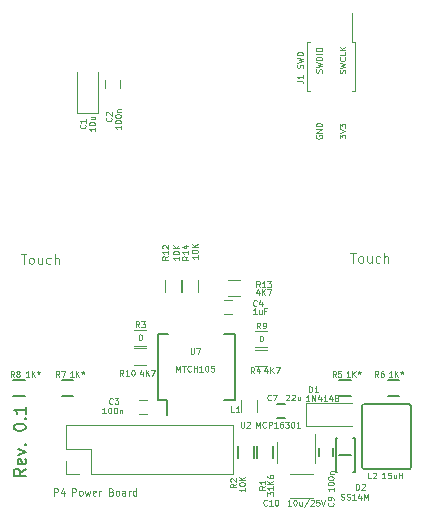
<source format=gto>
G04 #@! TF.GenerationSoftware,KiCad,Pcbnew,5.0.1-33cea8e~68~ubuntu16.04.1*
G04 #@! TF.CreationDate,2018-11-21T16:15:50+02:00*
G04 #@! TF.ProjectId,livolo_2_channels_1way_eu_switch,6C69766F6C6F5F325F6368616E6E656C,rev?*
G04 #@! TF.SameCoordinates,Original*
G04 #@! TF.FileFunction,Legend,Top*
G04 #@! TF.FilePolarity,Positive*
%FSLAX46Y46*%
G04 Gerber Fmt 4.6, Leading zero omitted, Abs format (unit mm)*
G04 Created by KiCad (PCBNEW 5.0.1-33cea8e~68~ubuntu16.04.1) date Wed 21 Nov 2018 16:15:50 EET*
%MOMM*%
%LPD*%
G01*
G04 APERTURE LIST*
%ADD10C,0.200000*%
%ADD11C,0.100000*%
%ADD12C,0.120000*%
%ADD13C,0.150000*%
%ADD14R,0.500000X0.900000*%
%ADD15R,1.000000X2.000000*%
%ADD16R,4.000000X2.000000*%
%ADD17R,1.200000X2.000000*%
%ADD18R,1.200000X1.400000*%
%ADD19R,0.900000X1.200000*%
%ADD20R,0.650000X1.060000*%
%ADD21C,1.500000*%
%ADD22R,1.200000X0.750000*%
%ADD23R,0.750000X1.200000*%
%ADD24R,1.200000X0.900000*%
%ADD25R,0.900000X0.500000*%
%ADD26O,1.350000X1.350000*%
%ADD27R,1.350000X1.350000*%
%ADD28R,1.260000X1.750000*%
%ADD29R,1.000000X1.600000*%
%ADD30R,0.400000X1.200000*%
%ADD31C,0.600000*%
%ADD32R,1.500000X1.000000*%
%ADD33R,1.000000X1.500000*%
G04 APERTURE END LIST*
D10*
X127152380Y-110209523D02*
X126676190Y-110542857D01*
X127152380Y-110780952D02*
X126152380Y-110780952D01*
X126152380Y-110400000D01*
X126200000Y-110304761D01*
X126247619Y-110257142D01*
X126342857Y-110209523D01*
X126485714Y-110209523D01*
X126580952Y-110257142D01*
X126628571Y-110304761D01*
X126676190Y-110400000D01*
X126676190Y-110780952D01*
X127104761Y-109400000D02*
X127152380Y-109495238D01*
X127152380Y-109685714D01*
X127104761Y-109780952D01*
X127009523Y-109828571D01*
X126628571Y-109828571D01*
X126533333Y-109780952D01*
X126485714Y-109685714D01*
X126485714Y-109495238D01*
X126533333Y-109400000D01*
X126628571Y-109352380D01*
X126723809Y-109352380D01*
X126819047Y-109828571D01*
X126485714Y-109019047D02*
X127152380Y-108780952D01*
X126485714Y-108542857D01*
X127057142Y-108161904D02*
X127104761Y-108114285D01*
X127152380Y-108161904D01*
X127104761Y-108209523D01*
X127057142Y-108161904D01*
X127152380Y-108161904D01*
X126152380Y-106733333D02*
X126152380Y-106638095D01*
X126200000Y-106542857D01*
X126247619Y-106495238D01*
X126342857Y-106447619D01*
X126533333Y-106400000D01*
X126771428Y-106400000D01*
X126961904Y-106447619D01*
X127057142Y-106495238D01*
X127104761Y-106542857D01*
X127152380Y-106638095D01*
X127152380Y-106733333D01*
X127104761Y-106828571D01*
X127057142Y-106876190D01*
X126961904Y-106923809D01*
X126771428Y-106971428D01*
X126533333Y-106971428D01*
X126342857Y-106923809D01*
X126247619Y-106876190D01*
X126200000Y-106828571D01*
X126152380Y-106733333D01*
X127057142Y-105971428D02*
X127104761Y-105923809D01*
X127152380Y-105971428D01*
X127104761Y-106019047D01*
X127057142Y-105971428D01*
X127152380Y-105971428D01*
X127152380Y-104971428D02*
X127152380Y-105542857D01*
X127152380Y-105257142D02*
X126152380Y-105257142D01*
X126295238Y-105352380D01*
X126390476Y-105447619D01*
X126438095Y-105542857D01*
D11*
X152202380Y-76659523D02*
X152226190Y-76588095D01*
X152226190Y-76469047D01*
X152202380Y-76421428D01*
X152178571Y-76397619D01*
X152130952Y-76373809D01*
X152083333Y-76373809D01*
X152035714Y-76397619D01*
X152011904Y-76421428D01*
X151988095Y-76469047D01*
X151964285Y-76564285D01*
X151940476Y-76611904D01*
X151916666Y-76635714D01*
X151869047Y-76659523D01*
X151821428Y-76659523D01*
X151773809Y-76635714D01*
X151750000Y-76611904D01*
X151726190Y-76564285D01*
X151726190Y-76445238D01*
X151750000Y-76373809D01*
X151726190Y-76207142D02*
X152226190Y-76088095D01*
X151869047Y-75992857D01*
X152226190Y-75897619D01*
X151726190Y-75778571D01*
X152226190Y-75588095D02*
X151726190Y-75588095D01*
X151726190Y-75469047D01*
X151750000Y-75397619D01*
X151797619Y-75350000D01*
X151845238Y-75326190D01*
X151940476Y-75302380D01*
X152011904Y-75302380D01*
X152107142Y-75326190D01*
X152154761Y-75350000D01*
X152202380Y-75397619D01*
X152226190Y-75469047D01*
X152226190Y-75588095D01*
X152226190Y-75088095D02*
X151726190Y-75088095D01*
X151726190Y-74754761D02*
X151726190Y-74659523D01*
X151750000Y-74611904D01*
X151797619Y-74564285D01*
X151892857Y-74540476D01*
X152059523Y-74540476D01*
X152154761Y-74564285D01*
X152202380Y-74611904D01*
X152226190Y-74659523D01*
X152226190Y-74754761D01*
X152202380Y-74802380D01*
X152154761Y-74850000D01*
X152059523Y-74873809D01*
X151892857Y-74873809D01*
X151797619Y-74850000D01*
X151750000Y-74802380D01*
X151726190Y-74754761D01*
X151750000Y-81980952D02*
X151726190Y-82028571D01*
X151726190Y-82100000D01*
X151750000Y-82171428D01*
X151797619Y-82219047D01*
X151845238Y-82242857D01*
X151940476Y-82266666D01*
X152011904Y-82266666D01*
X152107142Y-82242857D01*
X152154761Y-82219047D01*
X152202380Y-82171428D01*
X152226190Y-82100000D01*
X152226190Y-82052380D01*
X152202380Y-81980952D01*
X152178571Y-81957142D01*
X152011904Y-81957142D01*
X152011904Y-82052380D01*
X152226190Y-81742857D02*
X151726190Y-81742857D01*
X152226190Y-81457142D01*
X151726190Y-81457142D01*
X152226190Y-81219047D02*
X151726190Y-81219047D01*
X151726190Y-81100000D01*
X151750000Y-81028571D01*
X151797619Y-80980952D01*
X151845238Y-80957142D01*
X151940476Y-80933333D01*
X152011904Y-80933333D01*
X152107142Y-80957142D01*
X152154761Y-80980952D01*
X152202380Y-81028571D01*
X152226190Y-81100000D01*
X152226190Y-81219047D01*
X154202380Y-76730952D02*
X154226190Y-76659523D01*
X154226190Y-76540476D01*
X154202380Y-76492857D01*
X154178571Y-76469047D01*
X154130952Y-76445238D01*
X154083333Y-76445238D01*
X154035714Y-76469047D01*
X154011904Y-76492857D01*
X153988095Y-76540476D01*
X153964285Y-76635714D01*
X153940476Y-76683333D01*
X153916666Y-76707142D01*
X153869047Y-76730952D01*
X153821428Y-76730952D01*
X153773809Y-76707142D01*
X153750000Y-76683333D01*
X153726190Y-76635714D01*
X153726190Y-76516666D01*
X153750000Y-76445238D01*
X153726190Y-76278571D02*
X154226190Y-76159523D01*
X153869047Y-76064285D01*
X154226190Y-75969047D01*
X153726190Y-75850000D01*
X154178571Y-75373809D02*
X154202380Y-75397619D01*
X154226190Y-75469047D01*
X154226190Y-75516666D01*
X154202380Y-75588095D01*
X154154761Y-75635714D01*
X154107142Y-75659523D01*
X154011904Y-75683333D01*
X153940476Y-75683333D01*
X153845238Y-75659523D01*
X153797619Y-75635714D01*
X153750000Y-75588095D01*
X153726190Y-75516666D01*
X153726190Y-75469047D01*
X153750000Y-75397619D01*
X153773809Y-75373809D01*
X154226190Y-74921428D02*
X154226190Y-75159523D01*
X153726190Y-75159523D01*
X154226190Y-74754761D02*
X153726190Y-74754761D01*
X154226190Y-74469047D02*
X153940476Y-74683333D01*
X153726190Y-74469047D02*
X154011904Y-74754761D01*
X153726190Y-82219047D02*
X153726190Y-81909523D01*
X153916666Y-82076190D01*
X153916666Y-82004761D01*
X153940476Y-81957142D01*
X153964285Y-81933333D01*
X154011904Y-81909523D01*
X154130952Y-81909523D01*
X154178571Y-81933333D01*
X154202380Y-81957142D01*
X154226190Y-82004761D01*
X154226190Y-82147619D01*
X154202380Y-82195238D01*
X154178571Y-82219047D01*
X153726190Y-81766666D02*
X154226190Y-81600000D01*
X153726190Y-81433333D01*
X153726190Y-81314285D02*
X153726190Y-81004761D01*
X153916666Y-81171428D01*
X153916666Y-81100000D01*
X153940476Y-81052380D01*
X153964285Y-81028571D01*
X154011904Y-81004761D01*
X154130952Y-81004761D01*
X154178571Y-81028571D01*
X154202380Y-81052380D01*
X154226190Y-81100000D01*
X154226190Y-81242857D01*
X154202380Y-81290476D01*
X154178571Y-81314285D01*
D12*
G04 #@! TO.C,R4*
X147600000Y-101480000D02*
X146600000Y-101480000D01*
X146600000Y-100120000D02*
X147600000Y-100120000D01*
G04 #@! TO.C,R9*
X147600000Y-99880000D02*
X146600000Y-99880000D01*
X146600000Y-98520000D02*
X147600000Y-98520000D01*
G04 #@! TO.C,R10*
X137350000Y-101380000D02*
X136350000Y-101380000D01*
X136350000Y-100020000D02*
X137350000Y-100020000D01*
G04 #@! TO.C,R3*
X137350000Y-99780000D02*
X136350000Y-99780000D01*
X136350000Y-98420000D02*
X137350000Y-98420000D01*
G04 #@! TO.C,J1*
X154800000Y-71625000D02*
X154800000Y-74065000D01*
X150940000Y-78185000D02*
X151200000Y-78185000D01*
X150940000Y-74065000D02*
X150940000Y-78185000D01*
X151200000Y-74065000D02*
X150940000Y-74065000D01*
X155060000Y-78185000D02*
X154800000Y-78185000D01*
X155060000Y-74065000D02*
X155060000Y-78185000D01*
X154800000Y-74065000D02*
X155060000Y-74065000D01*
D13*
G04 #@! TO.C,L2*
X155600000Y-110075000D02*
X155775000Y-110200000D01*
X159800000Y-110050000D02*
X159675000Y-110200000D01*
X159675000Y-110200000D02*
X155800000Y-110200000D01*
X159800000Y-104850000D02*
X159600000Y-104750000D01*
X159800000Y-110050000D02*
X159800000Y-104850000D01*
X155800000Y-104750000D02*
X159600000Y-104750000D01*
X155600000Y-110075000D02*
X155600000Y-104875000D01*
X155600000Y-104875000D02*
X155800000Y-104750000D01*
D10*
G04 #@! TO.C,D2*
X154700000Y-109000000D02*
X153700000Y-109000000D01*
D13*
X155000000Y-110500000D02*
X154900000Y-110500000D01*
X155000000Y-107600000D02*
X155000000Y-110500000D01*
X153400000Y-107600000D02*
X153400000Y-110501723D01*
X153500000Y-110500000D02*
X153400000Y-110500000D01*
X153500000Y-107600000D02*
X153400000Y-107600000D01*
X155000000Y-107600000D02*
X154900000Y-107600000D01*
G04 #@! TO.C,R2*
X145125000Y-109300000D02*
X145125000Y-108300000D01*
X146475000Y-108300000D02*
X146475000Y-109300000D01*
D12*
G04 #@! TO.C,U2*
X151610000Y-109700000D02*
X151610000Y-107250000D01*
X148390000Y-107900000D02*
X148390000Y-109700000D01*
D13*
G04 #@! TO.C,C7*
X148450000Y-104700000D02*
X149150000Y-104700000D01*
X149150000Y-105900000D02*
X148450000Y-105900000D01*
G04 #@! TO.C,C9*
X152000000Y-109150000D02*
X152000000Y-108450000D01*
X153200000Y-108450000D02*
X153200000Y-109150000D01*
D12*
G04 #@! TO.C,D1*
X150850000Y-104600000D02*
X154750000Y-104600000D01*
X150850000Y-106600000D02*
X154750000Y-106600000D01*
X150850000Y-104600000D02*
X150850000Y-106600000D01*
D13*
G04 #@! TO.C,R1*
X148075000Y-108300000D02*
X148075000Y-109300000D01*
X146725000Y-109300000D02*
X146725000Y-108300000D01*
G04 #@! TO.C,R5*
X153700000Y-102725000D02*
X154700000Y-102725000D01*
X154700000Y-104075000D02*
X153700000Y-104075000D01*
G04 #@! TO.C,R6*
X158800000Y-104075000D02*
X157800000Y-104075000D01*
X157800000Y-102725000D02*
X158800000Y-102725000D01*
G04 #@! TO.C,R7*
X131200000Y-104075000D02*
X130200000Y-104075000D01*
X130200000Y-102725000D02*
X131200000Y-102725000D01*
G04 #@! TO.C,R8*
X126100000Y-102725000D02*
X127100000Y-102725000D01*
X127100000Y-104075000D02*
X126100000Y-104075000D01*
D12*
G04 #@! TO.C,L1*
X145420000Y-105400000D02*
X145420000Y-104400000D01*
X146780000Y-104400000D02*
X146780000Y-105400000D01*
G04 #@! TO.C,P4*
X130590000Y-110610000D02*
X130590000Y-109550000D01*
X131650000Y-110610000D02*
X130590000Y-110610000D01*
X132650000Y-108550000D02*
X132650000Y-110610000D01*
X130590000Y-108550000D02*
X132650000Y-108550000D01*
X130590000Y-106490000D02*
X130590000Y-108550000D01*
X144710000Y-106490000D02*
X130590000Y-106490000D01*
X144710000Y-110610000D02*
X144710000Y-106490000D01*
X132650000Y-110610000D02*
X144710000Y-110610000D01*
G04 #@! TO.C,C1*
X131500000Y-80050000D02*
X133300000Y-80050000D01*
X133300000Y-80050000D02*
X133300000Y-76600000D01*
X131500000Y-80050000D02*
X131500000Y-76600000D01*
G04 #@! TO.C,C2*
X133900000Y-78000000D02*
X133900000Y-77300000D01*
X135100000Y-77300000D02*
X135100000Y-78000000D01*
G04 #@! TO.C,C10*
X149500000Y-112720000D02*
X151500000Y-112720000D01*
X151500000Y-110680000D02*
X149500000Y-110680000D01*
G04 #@! TO.C,C3*
X136750000Y-104400000D02*
X137450000Y-104400000D01*
X137450000Y-105600000D02*
X136750000Y-105600000D01*
G04 #@! TO.C,C4*
X144650000Y-97100000D02*
X143950000Y-97100000D01*
X143950000Y-95900000D02*
X144650000Y-95900000D01*
G04 #@! TO.C,R12*
X138920000Y-95200000D02*
X138920000Y-94200000D01*
X140280000Y-94200000D02*
X140280000Y-95200000D01*
G04 #@! TO.C,R13*
X144300000Y-94220000D02*
X145300000Y-94220000D01*
X145300000Y-95580000D02*
X144300000Y-95580000D01*
G04 #@! TO.C,R14*
X141780000Y-94200000D02*
X141780000Y-95200000D01*
X140420000Y-95200000D02*
X140420000Y-94200000D01*
D13*
G04 #@! TO.C,U7*
X139125000Y-104375000D02*
X139125000Y-105650000D01*
X144875000Y-104375000D02*
X144875000Y-98825000D01*
X138325000Y-104375000D02*
X138325000Y-98825000D01*
X144875000Y-104375000D02*
X143975000Y-104375000D01*
X144875000Y-98825000D02*
X143975000Y-98825000D01*
X138325000Y-98825000D02*
X139225000Y-98825000D01*
X138325000Y-104375000D02*
X139125000Y-104375000D01*
G04 #@! TO.C,R4*
D11*
X146516666Y-102126190D02*
X146350000Y-101888095D01*
X146230952Y-102126190D02*
X146230952Y-101626190D01*
X146421428Y-101626190D01*
X146469047Y-101650000D01*
X146492857Y-101673809D01*
X146516666Y-101721428D01*
X146516666Y-101792857D01*
X146492857Y-101840476D01*
X146469047Y-101864285D01*
X146421428Y-101888095D01*
X146230952Y-101888095D01*
X146945238Y-101792857D02*
X146945238Y-102126190D01*
X146826190Y-101602380D02*
X146707142Y-101959523D01*
X147016666Y-101959523D01*
X147607142Y-101792857D02*
X147607142Y-102126190D01*
X147488095Y-101602380D02*
X147369047Y-101959523D01*
X147678571Y-101959523D01*
X147869047Y-102126190D02*
X147869047Y-101626190D01*
X148154761Y-102126190D02*
X147940476Y-101840476D01*
X148154761Y-101626190D02*
X147869047Y-101911904D01*
X148321428Y-101626190D02*
X148654761Y-101626190D01*
X148440476Y-102126190D01*
G04 #@! TO.C,R9*
X147016666Y-98326190D02*
X146850000Y-98088095D01*
X146730952Y-98326190D02*
X146730952Y-97826190D01*
X146921428Y-97826190D01*
X146969047Y-97850000D01*
X146992857Y-97873809D01*
X147016666Y-97921428D01*
X147016666Y-97992857D01*
X146992857Y-98040476D01*
X146969047Y-98064285D01*
X146921428Y-98088095D01*
X146730952Y-98088095D01*
X147254761Y-98326190D02*
X147350000Y-98326190D01*
X147397619Y-98302380D01*
X147421428Y-98278571D01*
X147469047Y-98207142D01*
X147492857Y-98111904D01*
X147492857Y-97921428D01*
X147469047Y-97873809D01*
X147445238Y-97850000D01*
X147397619Y-97826190D01*
X147302380Y-97826190D01*
X147254761Y-97850000D01*
X147230952Y-97873809D01*
X147207142Y-97921428D01*
X147207142Y-98040476D01*
X147230952Y-98088095D01*
X147254761Y-98111904D01*
X147302380Y-98135714D01*
X147397619Y-98135714D01*
X147445238Y-98111904D01*
X147469047Y-98088095D01*
X147492857Y-98040476D01*
X147076190Y-98926190D02*
X147123809Y-98926190D01*
X147171428Y-98950000D01*
X147195238Y-98973809D01*
X147219047Y-99021428D01*
X147242857Y-99116666D01*
X147242857Y-99235714D01*
X147219047Y-99330952D01*
X147195238Y-99378571D01*
X147171428Y-99402380D01*
X147123809Y-99426190D01*
X147076190Y-99426190D01*
X147028571Y-99402380D01*
X147004761Y-99378571D01*
X146980952Y-99330952D01*
X146957142Y-99235714D01*
X146957142Y-99116666D01*
X146980952Y-99021428D01*
X147004761Y-98973809D01*
X147028571Y-98950000D01*
X147076190Y-98926190D01*
G04 #@! TO.C,R10*
X135428571Y-102326190D02*
X135261904Y-102088095D01*
X135142857Y-102326190D02*
X135142857Y-101826190D01*
X135333333Y-101826190D01*
X135380952Y-101850000D01*
X135404761Y-101873809D01*
X135428571Y-101921428D01*
X135428571Y-101992857D01*
X135404761Y-102040476D01*
X135380952Y-102064285D01*
X135333333Y-102088095D01*
X135142857Y-102088095D01*
X135904761Y-102326190D02*
X135619047Y-102326190D01*
X135761904Y-102326190D02*
X135761904Y-101826190D01*
X135714285Y-101897619D01*
X135666666Y-101945238D01*
X135619047Y-101969047D01*
X136214285Y-101826190D02*
X136261904Y-101826190D01*
X136309523Y-101850000D01*
X136333333Y-101873809D01*
X136357142Y-101921428D01*
X136380952Y-102016666D01*
X136380952Y-102135714D01*
X136357142Y-102230952D01*
X136333333Y-102278571D01*
X136309523Y-102302380D01*
X136261904Y-102326190D01*
X136214285Y-102326190D01*
X136166666Y-102302380D01*
X136142857Y-102278571D01*
X136119047Y-102230952D01*
X136095238Y-102135714D01*
X136095238Y-102016666D01*
X136119047Y-101921428D01*
X136142857Y-101873809D01*
X136166666Y-101850000D01*
X136214285Y-101826190D01*
X137057142Y-101992857D02*
X137057142Y-102326190D01*
X136938095Y-101802380D02*
X136819047Y-102159523D01*
X137128571Y-102159523D01*
X137319047Y-102326190D02*
X137319047Y-101826190D01*
X137604761Y-102326190D02*
X137390476Y-102040476D01*
X137604761Y-101826190D02*
X137319047Y-102111904D01*
X137771428Y-101826190D02*
X138104761Y-101826190D01*
X137890476Y-102326190D01*
G04 #@! TO.C,R3*
X136766666Y-98226190D02*
X136600000Y-97988095D01*
X136480952Y-98226190D02*
X136480952Y-97726190D01*
X136671428Y-97726190D01*
X136719047Y-97750000D01*
X136742857Y-97773809D01*
X136766666Y-97821428D01*
X136766666Y-97892857D01*
X136742857Y-97940476D01*
X136719047Y-97964285D01*
X136671428Y-97988095D01*
X136480952Y-97988095D01*
X136933333Y-97726190D02*
X137242857Y-97726190D01*
X137076190Y-97916666D01*
X137147619Y-97916666D01*
X137195238Y-97940476D01*
X137219047Y-97964285D01*
X137242857Y-98011904D01*
X137242857Y-98130952D01*
X137219047Y-98178571D01*
X137195238Y-98202380D01*
X137147619Y-98226190D01*
X137004761Y-98226190D01*
X136957142Y-98202380D01*
X136933333Y-98178571D01*
X136826190Y-98826190D02*
X136873809Y-98826190D01*
X136921428Y-98850000D01*
X136945238Y-98873809D01*
X136969047Y-98921428D01*
X136992857Y-99016666D01*
X136992857Y-99135714D01*
X136969047Y-99230952D01*
X136945238Y-99278571D01*
X136921428Y-99302380D01*
X136873809Y-99326190D01*
X136826190Y-99326190D01*
X136778571Y-99302380D01*
X136754761Y-99278571D01*
X136730952Y-99230952D01*
X136707142Y-99135714D01*
X136707142Y-99016666D01*
X136730952Y-98921428D01*
X136754761Y-98873809D01*
X136778571Y-98850000D01*
X136826190Y-98826190D01*
G04 #@! TO.C,J1*
X150126190Y-77366666D02*
X150483333Y-77366666D01*
X150554761Y-77390476D01*
X150602380Y-77438095D01*
X150626190Y-77509523D01*
X150626190Y-77557142D01*
X150626190Y-76866666D02*
X150626190Y-77152380D01*
X150626190Y-77009523D02*
X150126190Y-77009523D01*
X150197619Y-77057142D01*
X150245238Y-77104761D01*
X150269047Y-77152380D01*
X150602380Y-76278571D02*
X150626190Y-76207142D01*
X150626190Y-76088095D01*
X150602380Y-76040476D01*
X150578571Y-76016666D01*
X150530952Y-75992857D01*
X150483333Y-75992857D01*
X150435714Y-76016666D01*
X150411904Y-76040476D01*
X150388095Y-76088095D01*
X150364285Y-76183333D01*
X150340476Y-76230952D01*
X150316666Y-76254761D01*
X150269047Y-76278571D01*
X150221428Y-76278571D01*
X150173809Y-76254761D01*
X150150000Y-76230952D01*
X150126190Y-76183333D01*
X150126190Y-76064285D01*
X150150000Y-75992857D01*
X150126190Y-75826190D02*
X150626190Y-75707142D01*
X150269047Y-75611904D01*
X150626190Y-75516666D01*
X150126190Y-75397619D01*
X150626190Y-75207142D02*
X150126190Y-75207142D01*
X150126190Y-75088095D01*
X150150000Y-75016666D01*
X150197619Y-74969047D01*
X150245238Y-74945238D01*
X150340476Y-74921428D01*
X150411904Y-74921428D01*
X150507142Y-74945238D01*
X150554761Y-74969047D01*
X150602380Y-75016666D01*
X150626190Y-75088095D01*
X150626190Y-75207142D01*
G04 #@! TO.C,L2*
X156416666Y-111026190D02*
X156178571Y-111026190D01*
X156178571Y-110526190D01*
X156559523Y-110573809D02*
X156583333Y-110550000D01*
X156630952Y-110526190D01*
X156750000Y-110526190D01*
X156797619Y-110550000D01*
X156821428Y-110573809D01*
X156845238Y-110621428D01*
X156845238Y-110669047D01*
X156821428Y-110740476D01*
X156535714Y-111026190D01*
X156845238Y-111026190D01*
X157616666Y-111026190D02*
X157330952Y-111026190D01*
X157473809Y-111026190D02*
X157473809Y-110526190D01*
X157426190Y-110597619D01*
X157378571Y-110645238D01*
X157330952Y-110669047D01*
X158069047Y-110526190D02*
X157830952Y-110526190D01*
X157807142Y-110764285D01*
X157830952Y-110740476D01*
X157878571Y-110716666D01*
X157997619Y-110716666D01*
X158045238Y-110740476D01*
X158069047Y-110764285D01*
X158092857Y-110811904D01*
X158092857Y-110930952D01*
X158069047Y-110978571D01*
X158045238Y-111002380D01*
X157997619Y-111026190D01*
X157878571Y-111026190D01*
X157830952Y-111002380D01*
X157807142Y-110978571D01*
X158521428Y-110692857D02*
X158521428Y-111026190D01*
X158307142Y-110692857D02*
X158307142Y-110954761D01*
X158330952Y-111002380D01*
X158378571Y-111026190D01*
X158450000Y-111026190D01*
X158497619Y-111002380D01*
X158521428Y-110978571D01*
X158759523Y-111026190D02*
X158759523Y-110526190D01*
X158759523Y-110764285D02*
X159045238Y-110764285D01*
X159045238Y-111026190D02*
X159045238Y-110526190D01*
G04 #@! TO.C,D2*
X155130952Y-111976190D02*
X155130952Y-111476190D01*
X155250000Y-111476190D01*
X155321428Y-111500000D01*
X155369047Y-111547619D01*
X155392857Y-111595238D01*
X155416666Y-111690476D01*
X155416666Y-111761904D01*
X155392857Y-111857142D01*
X155369047Y-111904761D01*
X155321428Y-111952380D01*
X155250000Y-111976190D01*
X155130952Y-111976190D01*
X155607142Y-111523809D02*
X155630952Y-111500000D01*
X155678571Y-111476190D01*
X155797619Y-111476190D01*
X155845238Y-111500000D01*
X155869047Y-111523809D01*
X155892857Y-111571428D01*
X155892857Y-111619047D01*
X155869047Y-111690476D01*
X155583333Y-111976190D01*
X155892857Y-111976190D01*
X153857142Y-112802380D02*
X153928571Y-112826190D01*
X154047619Y-112826190D01*
X154095238Y-112802380D01*
X154119047Y-112778571D01*
X154142857Y-112730952D01*
X154142857Y-112683333D01*
X154119047Y-112635714D01*
X154095238Y-112611904D01*
X154047619Y-112588095D01*
X153952380Y-112564285D01*
X153904761Y-112540476D01*
X153880952Y-112516666D01*
X153857142Y-112469047D01*
X153857142Y-112421428D01*
X153880952Y-112373809D01*
X153904761Y-112350000D01*
X153952380Y-112326190D01*
X154071428Y-112326190D01*
X154142857Y-112350000D01*
X154333333Y-112802380D02*
X154404761Y-112826190D01*
X154523809Y-112826190D01*
X154571428Y-112802380D01*
X154595238Y-112778571D01*
X154619047Y-112730952D01*
X154619047Y-112683333D01*
X154595238Y-112635714D01*
X154571428Y-112611904D01*
X154523809Y-112588095D01*
X154428571Y-112564285D01*
X154380952Y-112540476D01*
X154357142Y-112516666D01*
X154333333Y-112469047D01*
X154333333Y-112421428D01*
X154357142Y-112373809D01*
X154380952Y-112350000D01*
X154428571Y-112326190D01*
X154547619Y-112326190D01*
X154619047Y-112350000D01*
X155095238Y-112826190D02*
X154809523Y-112826190D01*
X154952380Y-112826190D02*
X154952380Y-112326190D01*
X154904761Y-112397619D01*
X154857142Y-112445238D01*
X154809523Y-112469047D01*
X155523809Y-112492857D02*
X155523809Y-112826190D01*
X155404761Y-112302380D02*
X155285714Y-112659523D01*
X155595238Y-112659523D01*
X155785714Y-112826190D02*
X155785714Y-112326190D01*
X155952380Y-112683333D01*
X156119047Y-112326190D01*
X156119047Y-112826190D01*
G04 #@! TO.C,R2*
X144976190Y-111483333D02*
X144738095Y-111650000D01*
X144976190Y-111769047D02*
X144476190Y-111769047D01*
X144476190Y-111578571D01*
X144500000Y-111530952D01*
X144523809Y-111507142D01*
X144571428Y-111483333D01*
X144642857Y-111483333D01*
X144690476Y-111507142D01*
X144714285Y-111530952D01*
X144738095Y-111578571D01*
X144738095Y-111769047D01*
X144523809Y-111292857D02*
X144500000Y-111269047D01*
X144476190Y-111221428D01*
X144476190Y-111102380D01*
X144500000Y-111054761D01*
X144523809Y-111030952D01*
X144571428Y-111007142D01*
X144619047Y-111007142D01*
X144690476Y-111030952D01*
X144976190Y-111316666D01*
X144976190Y-111007142D01*
X145726190Y-111845238D02*
X145726190Y-112130952D01*
X145726190Y-111988095D02*
X145226190Y-111988095D01*
X145297619Y-112035714D01*
X145345238Y-112083333D01*
X145369047Y-112130952D01*
X145226190Y-111535714D02*
X145226190Y-111488095D01*
X145250000Y-111440476D01*
X145273809Y-111416666D01*
X145321428Y-111392857D01*
X145416666Y-111369047D01*
X145535714Y-111369047D01*
X145630952Y-111392857D01*
X145678571Y-111416666D01*
X145702380Y-111440476D01*
X145726190Y-111488095D01*
X145726190Y-111535714D01*
X145702380Y-111583333D01*
X145678571Y-111607142D01*
X145630952Y-111630952D01*
X145535714Y-111654761D01*
X145416666Y-111654761D01*
X145321428Y-111630952D01*
X145273809Y-111607142D01*
X145250000Y-111583333D01*
X145226190Y-111535714D01*
X145726190Y-111154761D02*
X145226190Y-111154761D01*
X145726190Y-110869047D02*
X145440476Y-111083333D01*
X145226190Y-110869047D02*
X145511904Y-111154761D01*
G04 #@! TO.C,U2*
X145369047Y-106226190D02*
X145369047Y-106630952D01*
X145392857Y-106678571D01*
X145416666Y-106702380D01*
X145464285Y-106726190D01*
X145559523Y-106726190D01*
X145607142Y-106702380D01*
X145630952Y-106678571D01*
X145654761Y-106630952D01*
X145654761Y-106226190D01*
X145869047Y-106273809D02*
X145892857Y-106250000D01*
X145940476Y-106226190D01*
X146059523Y-106226190D01*
X146107142Y-106250000D01*
X146130952Y-106273809D01*
X146154761Y-106321428D01*
X146154761Y-106369047D01*
X146130952Y-106440476D01*
X145845238Y-106726190D01*
X146154761Y-106726190D01*
X146642857Y-106726190D02*
X146642857Y-106226190D01*
X146809523Y-106583333D01*
X146976190Y-106226190D01*
X146976190Y-106726190D01*
X147500000Y-106678571D02*
X147476190Y-106702380D01*
X147404761Y-106726190D01*
X147357142Y-106726190D01*
X147285714Y-106702380D01*
X147238095Y-106654761D01*
X147214285Y-106607142D01*
X147190476Y-106511904D01*
X147190476Y-106440476D01*
X147214285Y-106345238D01*
X147238095Y-106297619D01*
X147285714Y-106250000D01*
X147357142Y-106226190D01*
X147404761Y-106226190D01*
X147476190Y-106250000D01*
X147500000Y-106273809D01*
X147714285Y-106726190D02*
X147714285Y-106226190D01*
X147904761Y-106226190D01*
X147952380Y-106250000D01*
X147976190Y-106273809D01*
X148000000Y-106321428D01*
X148000000Y-106392857D01*
X147976190Y-106440476D01*
X147952380Y-106464285D01*
X147904761Y-106488095D01*
X147714285Y-106488095D01*
X148476190Y-106726190D02*
X148190476Y-106726190D01*
X148333333Y-106726190D02*
X148333333Y-106226190D01*
X148285714Y-106297619D01*
X148238095Y-106345238D01*
X148190476Y-106369047D01*
X148904761Y-106226190D02*
X148809523Y-106226190D01*
X148761904Y-106250000D01*
X148738095Y-106273809D01*
X148690476Y-106345238D01*
X148666666Y-106440476D01*
X148666666Y-106630952D01*
X148690476Y-106678571D01*
X148714285Y-106702380D01*
X148761904Y-106726190D01*
X148857142Y-106726190D01*
X148904761Y-106702380D01*
X148928571Y-106678571D01*
X148952380Y-106630952D01*
X148952380Y-106511904D01*
X148928571Y-106464285D01*
X148904761Y-106440476D01*
X148857142Y-106416666D01*
X148761904Y-106416666D01*
X148714285Y-106440476D01*
X148690476Y-106464285D01*
X148666666Y-106511904D01*
X149119047Y-106226190D02*
X149428571Y-106226190D01*
X149261904Y-106416666D01*
X149333333Y-106416666D01*
X149380952Y-106440476D01*
X149404761Y-106464285D01*
X149428571Y-106511904D01*
X149428571Y-106630952D01*
X149404761Y-106678571D01*
X149380952Y-106702380D01*
X149333333Y-106726190D01*
X149190476Y-106726190D01*
X149142857Y-106702380D01*
X149119047Y-106678571D01*
X149738095Y-106226190D02*
X149785714Y-106226190D01*
X149833333Y-106250000D01*
X149857142Y-106273809D01*
X149880952Y-106321428D01*
X149904761Y-106416666D01*
X149904761Y-106535714D01*
X149880952Y-106630952D01*
X149857142Y-106678571D01*
X149833333Y-106702380D01*
X149785714Y-106726190D01*
X149738095Y-106726190D01*
X149690476Y-106702380D01*
X149666666Y-106678571D01*
X149642857Y-106630952D01*
X149619047Y-106535714D01*
X149619047Y-106416666D01*
X149642857Y-106321428D01*
X149666666Y-106273809D01*
X149690476Y-106250000D01*
X149738095Y-106226190D01*
X150380952Y-106726190D02*
X150095238Y-106726190D01*
X150238095Y-106726190D02*
X150238095Y-106226190D01*
X150190476Y-106297619D01*
X150142857Y-106345238D01*
X150095238Y-106369047D01*
G04 #@! TO.C,C7*
X147916666Y-104378571D02*
X147892857Y-104402380D01*
X147821428Y-104426190D01*
X147773809Y-104426190D01*
X147702380Y-104402380D01*
X147654761Y-104354761D01*
X147630952Y-104307142D01*
X147607142Y-104211904D01*
X147607142Y-104140476D01*
X147630952Y-104045238D01*
X147654761Y-103997619D01*
X147702380Y-103950000D01*
X147773809Y-103926190D01*
X147821428Y-103926190D01*
X147892857Y-103950000D01*
X147916666Y-103973809D01*
X148083333Y-103926190D02*
X148416666Y-103926190D01*
X148202380Y-104426190D01*
X149192857Y-103973809D02*
X149216666Y-103950000D01*
X149264285Y-103926190D01*
X149383333Y-103926190D01*
X149430952Y-103950000D01*
X149454761Y-103973809D01*
X149478571Y-104021428D01*
X149478571Y-104069047D01*
X149454761Y-104140476D01*
X149169047Y-104426190D01*
X149478571Y-104426190D01*
X149669047Y-103973809D02*
X149692857Y-103950000D01*
X149740476Y-103926190D01*
X149859523Y-103926190D01*
X149907142Y-103950000D01*
X149930952Y-103973809D01*
X149954761Y-104021428D01*
X149954761Y-104069047D01*
X149930952Y-104140476D01*
X149645238Y-104426190D01*
X149954761Y-104426190D01*
X150383333Y-104092857D02*
X150383333Y-104426190D01*
X150169047Y-104092857D02*
X150169047Y-104354761D01*
X150192857Y-104402380D01*
X150240476Y-104426190D01*
X150311904Y-104426190D01*
X150359523Y-104402380D01*
X150383333Y-104378571D01*
G04 #@! TO.C,C9*
X153178571Y-113083333D02*
X153202380Y-113107142D01*
X153226190Y-113178571D01*
X153226190Y-113226190D01*
X153202380Y-113297619D01*
X153154761Y-113345238D01*
X153107142Y-113369047D01*
X153011904Y-113392857D01*
X152940476Y-113392857D01*
X152845238Y-113369047D01*
X152797619Y-113345238D01*
X152750000Y-113297619D01*
X152726190Y-113226190D01*
X152726190Y-113178571D01*
X152750000Y-113107142D01*
X152773809Y-113083333D01*
X153226190Y-112845238D02*
X153226190Y-112750000D01*
X153202380Y-112702380D01*
X153178571Y-112678571D01*
X153107142Y-112630952D01*
X153011904Y-112607142D01*
X152821428Y-112607142D01*
X152773809Y-112630952D01*
X152750000Y-112654761D01*
X152726190Y-112702380D01*
X152726190Y-112797619D01*
X152750000Y-112845238D01*
X152773809Y-112869047D01*
X152821428Y-112892857D01*
X152940476Y-112892857D01*
X152988095Y-112869047D01*
X153011904Y-112845238D01*
X153035714Y-112797619D01*
X153035714Y-112702380D01*
X153011904Y-112654761D01*
X152988095Y-112630952D01*
X152940476Y-112607142D01*
X153226190Y-111809523D02*
X153226190Y-112095238D01*
X153226190Y-111952380D02*
X152726190Y-111952380D01*
X152797619Y-112000000D01*
X152845238Y-112047619D01*
X152869047Y-112095238D01*
X152726190Y-111500000D02*
X152726190Y-111452380D01*
X152750000Y-111404761D01*
X152773809Y-111380952D01*
X152821428Y-111357142D01*
X152916666Y-111333333D01*
X153035714Y-111333333D01*
X153130952Y-111357142D01*
X153178571Y-111380952D01*
X153202380Y-111404761D01*
X153226190Y-111452380D01*
X153226190Y-111500000D01*
X153202380Y-111547619D01*
X153178571Y-111571428D01*
X153130952Y-111595238D01*
X153035714Y-111619047D01*
X152916666Y-111619047D01*
X152821428Y-111595238D01*
X152773809Y-111571428D01*
X152750000Y-111547619D01*
X152726190Y-111500000D01*
X152726190Y-111023809D02*
X152726190Y-110976190D01*
X152750000Y-110928571D01*
X152773809Y-110904761D01*
X152821428Y-110880952D01*
X152916666Y-110857142D01*
X153035714Y-110857142D01*
X153130952Y-110880952D01*
X153178571Y-110904761D01*
X153202380Y-110928571D01*
X153226190Y-110976190D01*
X153226190Y-111023809D01*
X153202380Y-111071428D01*
X153178571Y-111095238D01*
X153130952Y-111119047D01*
X153035714Y-111142857D01*
X152916666Y-111142857D01*
X152821428Y-111119047D01*
X152773809Y-111095238D01*
X152750000Y-111071428D01*
X152726190Y-111023809D01*
X152892857Y-110642857D02*
X153226190Y-110642857D01*
X152940476Y-110642857D02*
X152916666Y-110619047D01*
X152892857Y-110571428D01*
X152892857Y-110500000D01*
X152916666Y-110452380D01*
X152964285Y-110428571D01*
X153226190Y-110428571D01*
G04 #@! TO.C,D1*
X151130952Y-103726190D02*
X151130952Y-103226190D01*
X151250000Y-103226190D01*
X151321428Y-103250000D01*
X151369047Y-103297619D01*
X151392857Y-103345238D01*
X151416666Y-103440476D01*
X151416666Y-103511904D01*
X151392857Y-103607142D01*
X151369047Y-103654761D01*
X151321428Y-103702380D01*
X151250000Y-103726190D01*
X151130952Y-103726190D01*
X151892857Y-103726190D02*
X151607142Y-103726190D01*
X151750000Y-103726190D02*
X151750000Y-103226190D01*
X151702380Y-103297619D01*
X151654761Y-103345238D01*
X151607142Y-103369047D01*
X151178571Y-104476190D02*
X150892857Y-104476190D01*
X151035714Y-104476190D02*
X151035714Y-103976190D01*
X150988095Y-104047619D01*
X150940476Y-104095238D01*
X150892857Y-104119047D01*
X151392857Y-104476190D02*
X151392857Y-103976190D01*
X151678571Y-104476190D01*
X151678571Y-103976190D01*
X152130952Y-104142857D02*
X152130952Y-104476190D01*
X152011904Y-103952380D02*
X151892857Y-104309523D01*
X152202380Y-104309523D01*
X152654761Y-104476190D02*
X152369047Y-104476190D01*
X152511904Y-104476190D02*
X152511904Y-103976190D01*
X152464285Y-104047619D01*
X152416666Y-104095238D01*
X152369047Y-104119047D01*
X153083333Y-104142857D02*
X153083333Y-104476190D01*
X152964285Y-103952380D02*
X152845238Y-104309523D01*
X153154761Y-104309523D01*
X153416666Y-104190476D02*
X153369047Y-104166666D01*
X153345238Y-104142857D01*
X153321428Y-104095238D01*
X153321428Y-104071428D01*
X153345238Y-104023809D01*
X153369047Y-104000000D01*
X153416666Y-103976190D01*
X153511904Y-103976190D01*
X153559523Y-104000000D01*
X153583333Y-104023809D01*
X153607142Y-104071428D01*
X153607142Y-104095238D01*
X153583333Y-104142857D01*
X153559523Y-104166666D01*
X153511904Y-104190476D01*
X153416666Y-104190476D01*
X153369047Y-104214285D01*
X153345238Y-104238095D01*
X153321428Y-104285714D01*
X153321428Y-104380952D01*
X153345238Y-104428571D01*
X153369047Y-104452380D01*
X153416666Y-104476190D01*
X153511904Y-104476190D01*
X153559523Y-104452380D01*
X153583333Y-104428571D01*
X153607142Y-104380952D01*
X153607142Y-104285714D01*
X153583333Y-104238095D01*
X153559523Y-104214285D01*
X153511904Y-104190476D01*
G04 #@! TO.C,R1*
X147426190Y-111683333D02*
X147188095Y-111850000D01*
X147426190Y-111969047D02*
X146926190Y-111969047D01*
X146926190Y-111778571D01*
X146950000Y-111730952D01*
X146973809Y-111707142D01*
X147021428Y-111683333D01*
X147092857Y-111683333D01*
X147140476Y-111707142D01*
X147164285Y-111730952D01*
X147188095Y-111778571D01*
X147188095Y-111969047D01*
X147426190Y-111207142D02*
X147426190Y-111492857D01*
X147426190Y-111350000D02*
X146926190Y-111350000D01*
X146997619Y-111397619D01*
X147045238Y-111445238D01*
X147069047Y-111492857D01*
X147626190Y-112492857D02*
X147626190Y-112183333D01*
X147816666Y-112350000D01*
X147816666Y-112278571D01*
X147840476Y-112230952D01*
X147864285Y-112207142D01*
X147911904Y-112183333D01*
X148030952Y-112183333D01*
X148078571Y-112207142D01*
X148102380Y-112230952D01*
X148126190Y-112278571D01*
X148126190Y-112421428D01*
X148102380Y-112469047D01*
X148078571Y-112492857D01*
X148126190Y-111707142D02*
X148126190Y-111992857D01*
X148126190Y-111850000D02*
X147626190Y-111850000D01*
X147697619Y-111897619D01*
X147745238Y-111945238D01*
X147769047Y-111992857D01*
X148126190Y-111492857D02*
X147626190Y-111492857D01*
X148126190Y-111207142D02*
X147840476Y-111421428D01*
X147626190Y-111207142D02*
X147911904Y-111492857D01*
X147626190Y-110778571D02*
X147626190Y-110873809D01*
X147650000Y-110921428D01*
X147673809Y-110945238D01*
X147745238Y-110992857D01*
X147840476Y-111016666D01*
X148030952Y-111016666D01*
X148078571Y-110992857D01*
X148102380Y-110969047D01*
X148126190Y-110921428D01*
X148126190Y-110826190D01*
X148102380Y-110778571D01*
X148078571Y-110754761D01*
X148030952Y-110730952D01*
X147911904Y-110730952D01*
X147864285Y-110754761D01*
X147840476Y-110778571D01*
X147816666Y-110826190D01*
X147816666Y-110921428D01*
X147840476Y-110969047D01*
X147864285Y-110992857D01*
X147911904Y-111016666D01*
G04 #@! TO.C,R5*
X153416666Y-102426190D02*
X153250000Y-102188095D01*
X153130952Y-102426190D02*
X153130952Y-101926190D01*
X153321428Y-101926190D01*
X153369047Y-101950000D01*
X153392857Y-101973809D01*
X153416666Y-102021428D01*
X153416666Y-102092857D01*
X153392857Y-102140476D01*
X153369047Y-102164285D01*
X153321428Y-102188095D01*
X153130952Y-102188095D01*
X153869047Y-101926190D02*
X153630952Y-101926190D01*
X153607142Y-102164285D01*
X153630952Y-102140476D01*
X153678571Y-102116666D01*
X153797619Y-102116666D01*
X153845238Y-102140476D01*
X153869047Y-102164285D01*
X153892857Y-102211904D01*
X153892857Y-102330952D01*
X153869047Y-102378571D01*
X153845238Y-102402380D01*
X153797619Y-102426190D01*
X153678571Y-102426190D01*
X153630952Y-102402380D01*
X153607142Y-102378571D01*
X154602380Y-102426190D02*
X154316666Y-102426190D01*
X154459523Y-102426190D02*
X154459523Y-101926190D01*
X154411904Y-101997619D01*
X154364285Y-102045238D01*
X154316666Y-102069047D01*
X154816666Y-102426190D02*
X154816666Y-101926190D01*
X155102380Y-102426190D02*
X154888095Y-102140476D01*
X155102380Y-101926190D02*
X154816666Y-102211904D01*
X155388095Y-101926190D02*
X155388095Y-102045238D01*
X155269047Y-101997619D02*
X155388095Y-102045238D01*
X155507142Y-101997619D01*
X155316666Y-102140476D02*
X155388095Y-102045238D01*
X155459523Y-102140476D01*
G04 #@! TO.C,R6*
X157016666Y-102426190D02*
X156850000Y-102188095D01*
X156730952Y-102426190D02*
X156730952Y-101926190D01*
X156921428Y-101926190D01*
X156969047Y-101950000D01*
X156992857Y-101973809D01*
X157016666Y-102021428D01*
X157016666Y-102092857D01*
X156992857Y-102140476D01*
X156969047Y-102164285D01*
X156921428Y-102188095D01*
X156730952Y-102188095D01*
X157445238Y-101926190D02*
X157350000Y-101926190D01*
X157302380Y-101950000D01*
X157278571Y-101973809D01*
X157230952Y-102045238D01*
X157207142Y-102140476D01*
X157207142Y-102330952D01*
X157230952Y-102378571D01*
X157254761Y-102402380D01*
X157302380Y-102426190D01*
X157397619Y-102426190D01*
X157445238Y-102402380D01*
X157469047Y-102378571D01*
X157492857Y-102330952D01*
X157492857Y-102211904D01*
X157469047Y-102164285D01*
X157445238Y-102140476D01*
X157397619Y-102116666D01*
X157302380Y-102116666D01*
X157254761Y-102140476D01*
X157230952Y-102164285D01*
X157207142Y-102211904D01*
X158202380Y-102426190D02*
X157916666Y-102426190D01*
X158059523Y-102426190D02*
X158059523Y-101926190D01*
X158011904Y-101997619D01*
X157964285Y-102045238D01*
X157916666Y-102069047D01*
X158416666Y-102426190D02*
X158416666Y-101926190D01*
X158702380Y-102426190D02*
X158488095Y-102140476D01*
X158702380Y-101926190D02*
X158416666Y-102211904D01*
X158988095Y-101926190D02*
X158988095Y-102045238D01*
X158869047Y-101997619D02*
X158988095Y-102045238D01*
X159107142Y-101997619D01*
X158916666Y-102140476D02*
X158988095Y-102045238D01*
X159059523Y-102140476D01*
G04 #@! TO.C,R7*
X130016666Y-102426190D02*
X129850000Y-102188095D01*
X129730952Y-102426190D02*
X129730952Y-101926190D01*
X129921428Y-101926190D01*
X129969047Y-101950000D01*
X129992857Y-101973809D01*
X130016666Y-102021428D01*
X130016666Y-102092857D01*
X129992857Y-102140476D01*
X129969047Y-102164285D01*
X129921428Y-102188095D01*
X129730952Y-102188095D01*
X130183333Y-101926190D02*
X130516666Y-101926190D01*
X130302380Y-102426190D01*
X131202380Y-102426190D02*
X130916666Y-102426190D01*
X131059523Y-102426190D02*
X131059523Y-101926190D01*
X131011904Y-101997619D01*
X130964285Y-102045238D01*
X130916666Y-102069047D01*
X131416666Y-102426190D02*
X131416666Y-101926190D01*
X131702380Y-102426190D02*
X131488095Y-102140476D01*
X131702380Y-101926190D02*
X131416666Y-102211904D01*
X131988095Y-101926190D02*
X131988095Y-102045238D01*
X131869047Y-101997619D02*
X131988095Y-102045238D01*
X132107142Y-101997619D01*
X131916666Y-102140476D02*
X131988095Y-102045238D01*
X132059523Y-102140476D01*
G04 #@! TO.C,R8*
X126166666Y-102426190D02*
X126000000Y-102188095D01*
X125880952Y-102426190D02*
X125880952Y-101926190D01*
X126071428Y-101926190D01*
X126119047Y-101950000D01*
X126142857Y-101973809D01*
X126166666Y-102021428D01*
X126166666Y-102092857D01*
X126142857Y-102140476D01*
X126119047Y-102164285D01*
X126071428Y-102188095D01*
X125880952Y-102188095D01*
X126452380Y-102140476D02*
X126404761Y-102116666D01*
X126380952Y-102092857D01*
X126357142Y-102045238D01*
X126357142Y-102021428D01*
X126380952Y-101973809D01*
X126404761Y-101950000D01*
X126452380Y-101926190D01*
X126547619Y-101926190D01*
X126595238Y-101950000D01*
X126619047Y-101973809D01*
X126642857Y-102021428D01*
X126642857Y-102045238D01*
X126619047Y-102092857D01*
X126595238Y-102116666D01*
X126547619Y-102140476D01*
X126452380Y-102140476D01*
X126404761Y-102164285D01*
X126380952Y-102188095D01*
X126357142Y-102235714D01*
X126357142Y-102330952D01*
X126380952Y-102378571D01*
X126404761Y-102402380D01*
X126452380Y-102426190D01*
X126547619Y-102426190D01*
X126595238Y-102402380D01*
X126619047Y-102378571D01*
X126642857Y-102330952D01*
X126642857Y-102235714D01*
X126619047Y-102188095D01*
X126595238Y-102164285D01*
X126547619Y-102140476D01*
X127452380Y-102426190D02*
X127166666Y-102426190D01*
X127309523Y-102426190D02*
X127309523Y-101926190D01*
X127261904Y-101997619D01*
X127214285Y-102045238D01*
X127166666Y-102069047D01*
X127666666Y-102426190D02*
X127666666Y-101926190D01*
X127952380Y-102426190D02*
X127738095Y-102140476D01*
X127952380Y-101926190D02*
X127666666Y-102211904D01*
X128238095Y-101926190D02*
X128238095Y-102045238D01*
X128119047Y-101997619D02*
X128238095Y-102045238D01*
X128357142Y-101997619D01*
X128166666Y-102140476D02*
X128238095Y-102045238D01*
X128309523Y-102140476D01*
G04 #@! TO.C,L1*
X144816666Y-105426190D02*
X144578571Y-105426190D01*
X144578571Y-104926190D01*
X145245238Y-105426190D02*
X144959523Y-105426190D01*
X145102380Y-105426190D02*
X145102380Y-104926190D01*
X145054761Y-104997619D01*
X145007142Y-105045238D01*
X144959523Y-105069047D01*
G04 #@! TO.C,P4*
D12*
X129557142Y-112471428D02*
X129557142Y-111871428D01*
X129785714Y-111871428D01*
X129842857Y-111900000D01*
X129871428Y-111928571D01*
X129900000Y-111985714D01*
X129900000Y-112071428D01*
X129871428Y-112128571D01*
X129842857Y-112157142D01*
X129785714Y-112185714D01*
X129557142Y-112185714D01*
X130414285Y-112071428D02*
X130414285Y-112471428D01*
X130271428Y-111842857D02*
X130128571Y-112271428D01*
X130500000Y-112271428D01*
X131085714Y-112471428D02*
X131085714Y-111871428D01*
X131314285Y-111871428D01*
X131371428Y-111900000D01*
X131400000Y-111928571D01*
X131428571Y-111985714D01*
X131428571Y-112071428D01*
X131400000Y-112128571D01*
X131371428Y-112157142D01*
X131314285Y-112185714D01*
X131085714Y-112185714D01*
X131771428Y-112471428D02*
X131714285Y-112442857D01*
X131685714Y-112414285D01*
X131657142Y-112357142D01*
X131657142Y-112185714D01*
X131685714Y-112128571D01*
X131714285Y-112100000D01*
X131771428Y-112071428D01*
X131857142Y-112071428D01*
X131914285Y-112100000D01*
X131942857Y-112128571D01*
X131971428Y-112185714D01*
X131971428Y-112357142D01*
X131942857Y-112414285D01*
X131914285Y-112442857D01*
X131857142Y-112471428D01*
X131771428Y-112471428D01*
X132171428Y-112071428D02*
X132285714Y-112471428D01*
X132400000Y-112185714D01*
X132514285Y-112471428D01*
X132628571Y-112071428D01*
X133085714Y-112442857D02*
X133028571Y-112471428D01*
X132914285Y-112471428D01*
X132857142Y-112442857D01*
X132828571Y-112385714D01*
X132828571Y-112157142D01*
X132857142Y-112100000D01*
X132914285Y-112071428D01*
X133028571Y-112071428D01*
X133085714Y-112100000D01*
X133114285Y-112157142D01*
X133114285Y-112214285D01*
X132828571Y-112271428D01*
X133371428Y-112471428D02*
X133371428Y-112071428D01*
X133371428Y-112185714D02*
X133400000Y-112128571D01*
X133428571Y-112100000D01*
X133485714Y-112071428D01*
X133542857Y-112071428D01*
X134400000Y-112157142D02*
X134485714Y-112185714D01*
X134514285Y-112214285D01*
X134542857Y-112271428D01*
X134542857Y-112357142D01*
X134514285Y-112414285D01*
X134485714Y-112442857D01*
X134428571Y-112471428D01*
X134200000Y-112471428D01*
X134200000Y-111871428D01*
X134400000Y-111871428D01*
X134457142Y-111900000D01*
X134485714Y-111928571D01*
X134514285Y-111985714D01*
X134514285Y-112042857D01*
X134485714Y-112100000D01*
X134457142Y-112128571D01*
X134400000Y-112157142D01*
X134200000Y-112157142D01*
X134885714Y-112471428D02*
X134828571Y-112442857D01*
X134800000Y-112414285D01*
X134771428Y-112357142D01*
X134771428Y-112185714D01*
X134800000Y-112128571D01*
X134828571Y-112100000D01*
X134885714Y-112071428D01*
X134971428Y-112071428D01*
X135028571Y-112100000D01*
X135057142Y-112128571D01*
X135085714Y-112185714D01*
X135085714Y-112357142D01*
X135057142Y-112414285D01*
X135028571Y-112442857D01*
X134971428Y-112471428D01*
X134885714Y-112471428D01*
X135600000Y-112471428D02*
X135600000Y-112157142D01*
X135571428Y-112100000D01*
X135514285Y-112071428D01*
X135400000Y-112071428D01*
X135342857Y-112100000D01*
X135600000Y-112442857D02*
X135542857Y-112471428D01*
X135400000Y-112471428D01*
X135342857Y-112442857D01*
X135314285Y-112385714D01*
X135314285Y-112328571D01*
X135342857Y-112271428D01*
X135400000Y-112242857D01*
X135542857Y-112242857D01*
X135600000Y-112214285D01*
X135885714Y-112471428D02*
X135885714Y-112071428D01*
X135885714Y-112185714D02*
X135914285Y-112128571D01*
X135942857Y-112100000D01*
X136000000Y-112071428D01*
X136057142Y-112071428D01*
X136514285Y-112471428D02*
X136514285Y-111871428D01*
X136514285Y-112442857D02*
X136457142Y-112471428D01*
X136342857Y-112471428D01*
X136285714Y-112442857D01*
X136257142Y-112414285D01*
X136228571Y-112357142D01*
X136228571Y-112185714D01*
X136257142Y-112128571D01*
X136285714Y-112100000D01*
X136342857Y-112071428D01*
X136457142Y-112071428D01*
X136514285Y-112100000D01*
G04 #@! TO.C,C1*
D11*
X132178571Y-81083333D02*
X132202380Y-81107142D01*
X132226190Y-81178571D01*
X132226190Y-81226190D01*
X132202380Y-81297619D01*
X132154761Y-81345238D01*
X132107142Y-81369047D01*
X132011904Y-81392857D01*
X131940476Y-81392857D01*
X131845238Y-81369047D01*
X131797619Y-81345238D01*
X131750000Y-81297619D01*
X131726190Y-81226190D01*
X131726190Y-81178571D01*
X131750000Y-81107142D01*
X131773809Y-81083333D01*
X132226190Y-80607142D02*
X132226190Y-80892857D01*
X132226190Y-80750000D02*
X131726190Y-80750000D01*
X131797619Y-80797619D01*
X131845238Y-80845238D01*
X131869047Y-80892857D01*
X133026190Y-81321428D02*
X133026190Y-81607142D01*
X133026190Y-81464285D02*
X132526190Y-81464285D01*
X132597619Y-81511904D01*
X132645238Y-81559523D01*
X132669047Y-81607142D01*
X132526190Y-81011904D02*
X132526190Y-80964285D01*
X132550000Y-80916666D01*
X132573809Y-80892857D01*
X132621428Y-80869047D01*
X132716666Y-80845238D01*
X132835714Y-80845238D01*
X132930952Y-80869047D01*
X132978571Y-80892857D01*
X133002380Y-80916666D01*
X133026190Y-80964285D01*
X133026190Y-81011904D01*
X133002380Y-81059523D01*
X132978571Y-81083333D01*
X132930952Y-81107142D01*
X132835714Y-81130952D01*
X132716666Y-81130952D01*
X132621428Y-81107142D01*
X132573809Y-81083333D01*
X132550000Y-81059523D01*
X132526190Y-81011904D01*
X132692857Y-80416666D02*
X133026190Y-80416666D01*
X132692857Y-80630952D02*
X132954761Y-80630952D01*
X133002380Y-80607142D01*
X133026190Y-80559523D01*
X133026190Y-80488095D01*
X133002380Y-80440476D01*
X132978571Y-80416666D01*
G04 #@! TO.C,C2*
X134378571Y-80483333D02*
X134402380Y-80507142D01*
X134426190Y-80578571D01*
X134426190Y-80626190D01*
X134402380Y-80697619D01*
X134354761Y-80745238D01*
X134307142Y-80769047D01*
X134211904Y-80792857D01*
X134140476Y-80792857D01*
X134045238Y-80769047D01*
X133997619Y-80745238D01*
X133950000Y-80697619D01*
X133926190Y-80626190D01*
X133926190Y-80578571D01*
X133950000Y-80507142D01*
X133973809Y-80483333D01*
X133973809Y-80292857D02*
X133950000Y-80269047D01*
X133926190Y-80221428D01*
X133926190Y-80102380D01*
X133950000Y-80054761D01*
X133973809Y-80030952D01*
X134021428Y-80007142D01*
X134069047Y-80007142D01*
X134140476Y-80030952D01*
X134426190Y-80316666D01*
X134426190Y-80007142D01*
X135226190Y-81159523D02*
X135226190Y-81445238D01*
X135226190Y-81302380D02*
X134726190Y-81302380D01*
X134797619Y-81350000D01*
X134845238Y-81397619D01*
X134869047Y-81445238D01*
X134726190Y-80850000D02*
X134726190Y-80802380D01*
X134750000Y-80754761D01*
X134773809Y-80730952D01*
X134821428Y-80707142D01*
X134916666Y-80683333D01*
X135035714Y-80683333D01*
X135130952Y-80707142D01*
X135178571Y-80730952D01*
X135202380Y-80754761D01*
X135226190Y-80802380D01*
X135226190Y-80850000D01*
X135202380Y-80897619D01*
X135178571Y-80921428D01*
X135130952Y-80945238D01*
X135035714Y-80969047D01*
X134916666Y-80969047D01*
X134821428Y-80945238D01*
X134773809Y-80921428D01*
X134750000Y-80897619D01*
X134726190Y-80850000D01*
X134726190Y-80373809D02*
X134726190Y-80326190D01*
X134750000Y-80278571D01*
X134773809Y-80254761D01*
X134821428Y-80230952D01*
X134916666Y-80207142D01*
X135035714Y-80207142D01*
X135130952Y-80230952D01*
X135178571Y-80254761D01*
X135202380Y-80278571D01*
X135226190Y-80326190D01*
X135226190Y-80373809D01*
X135202380Y-80421428D01*
X135178571Y-80445238D01*
X135130952Y-80469047D01*
X135035714Y-80492857D01*
X134916666Y-80492857D01*
X134821428Y-80469047D01*
X134773809Y-80445238D01*
X134750000Y-80421428D01*
X134726190Y-80373809D01*
X134892857Y-79992857D02*
X135226190Y-79992857D01*
X134940476Y-79992857D02*
X134916666Y-79969047D01*
X134892857Y-79921428D01*
X134892857Y-79850000D01*
X134916666Y-79802380D01*
X134964285Y-79778571D01*
X135226190Y-79778571D01*
G04 #@! TO.C,C10*
X147578571Y-113278571D02*
X147554761Y-113302380D01*
X147483333Y-113326190D01*
X147435714Y-113326190D01*
X147364285Y-113302380D01*
X147316666Y-113254761D01*
X147292857Y-113207142D01*
X147269047Y-113111904D01*
X147269047Y-113040476D01*
X147292857Y-112945238D01*
X147316666Y-112897619D01*
X147364285Y-112850000D01*
X147435714Y-112826190D01*
X147483333Y-112826190D01*
X147554761Y-112850000D01*
X147578571Y-112873809D01*
X148054761Y-113326190D02*
X147769047Y-113326190D01*
X147911904Y-113326190D02*
X147911904Y-112826190D01*
X147864285Y-112897619D01*
X147816666Y-112945238D01*
X147769047Y-112969047D01*
X148364285Y-112826190D02*
X148411904Y-112826190D01*
X148459523Y-112850000D01*
X148483333Y-112873809D01*
X148507142Y-112921428D01*
X148530952Y-113016666D01*
X148530952Y-113135714D01*
X148507142Y-113230952D01*
X148483333Y-113278571D01*
X148459523Y-113302380D01*
X148411904Y-113326190D01*
X148364285Y-113326190D01*
X148316666Y-113302380D01*
X148292857Y-113278571D01*
X148269047Y-113230952D01*
X148245238Y-113135714D01*
X148245238Y-113016666D01*
X148269047Y-112921428D01*
X148292857Y-112873809D01*
X148316666Y-112850000D01*
X148364285Y-112826190D01*
X149626190Y-113326190D02*
X149340476Y-113326190D01*
X149483333Y-113326190D02*
X149483333Y-112826190D01*
X149435714Y-112897619D01*
X149388095Y-112945238D01*
X149340476Y-112969047D01*
X149935714Y-112826190D02*
X149983333Y-112826190D01*
X150030952Y-112850000D01*
X150054761Y-112873809D01*
X150078571Y-112921428D01*
X150102380Y-113016666D01*
X150102380Y-113135714D01*
X150078571Y-113230952D01*
X150054761Y-113278571D01*
X150030952Y-113302380D01*
X149983333Y-113326190D01*
X149935714Y-113326190D01*
X149888095Y-113302380D01*
X149864285Y-113278571D01*
X149840476Y-113230952D01*
X149816666Y-113135714D01*
X149816666Y-113016666D01*
X149840476Y-112921428D01*
X149864285Y-112873809D01*
X149888095Y-112850000D01*
X149935714Y-112826190D01*
X150530952Y-112992857D02*
X150530952Y-113326190D01*
X150316666Y-112992857D02*
X150316666Y-113254761D01*
X150340476Y-113302380D01*
X150388095Y-113326190D01*
X150459523Y-113326190D01*
X150507142Y-113302380D01*
X150530952Y-113278571D01*
X151126190Y-112802380D02*
X150697619Y-113445238D01*
X151269047Y-112873809D02*
X151292857Y-112850000D01*
X151340476Y-112826190D01*
X151459523Y-112826190D01*
X151507142Y-112850000D01*
X151530952Y-112873809D01*
X151554761Y-112921428D01*
X151554761Y-112969047D01*
X151530952Y-113040476D01*
X151245238Y-113326190D01*
X151554761Y-113326190D01*
X152007142Y-112826190D02*
X151769047Y-112826190D01*
X151745238Y-113064285D01*
X151769047Y-113040476D01*
X151816666Y-113016666D01*
X151935714Y-113016666D01*
X151983333Y-113040476D01*
X152007142Y-113064285D01*
X152030952Y-113111904D01*
X152030952Y-113230952D01*
X152007142Y-113278571D01*
X151983333Y-113302380D01*
X151935714Y-113326190D01*
X151816666Y-113326190D01*
X151769047Y-113302380D01*
X151745238Y-113278571D01*
X152173809Y-112826190D02*
X152340476Y-113326190D01*
X152507142Y-112826190D01*
G04 #@! TO.C,C3*
X134516666Y-104678571D02*
X134492857Y-104702380D01*
X134421428Y-104726190D01*
X134373809Y-104726190D01*
X134302380Y-104702380D01*
X134254761Y-104654761D01*
X134230952Y-104607142D01*
X134207142Y-104511904D01*
X134207142Y-104440476D01*
X134230952Y-104345238D01*
X134254761Y-104297619D01*
X134302380Y-104250000D01*
X134373809Y-104226190D01*
X134421428Y-104226190D01*
X134492857Y-104250000D01*
X134516666Y-104273809D01*
X134683333Y-104226190D02*
X134992857Y-104226190D01*
X134826190Y-104416666D01*
X134897619Y-104416666D01*
X134945238Y-104440476D01*
X134969047Y-104464285D01*
X134992857Y-104511904D01*
X134992857Y-104630952D01*
X134969047Y-104678571D01*
X134945238Y-104702380D01*
X134897619Y-104726190D01*
X134754761Y-104726190D01*
X134707142Y-104702380D01*
X134683333Y-104678571D01*
X133940476Y-105526190D02*
X133654761Y-105526190D01*
X133797619Y-105526190D02*
X133797619Y-105026190D01*
X133750000Y-105097619D01*
X133702380Y-105145238D01*
X133654761Y-105169047D01*
X134250000Y-105026190D02*
X134297619Y-105026190D01*
X134345238Y-105050000D01*
X134369047Y-105073809D01*
X134392857Y-105121428D01*
X134416666Y-105216666D01*
X134416666Y-105335714D01*
X134392857Y-105430952D01*
X134369047Y-105478571D01*
X134345238Y-105502380D01*
X134297619Y-105526190D01*
X134250000Y-105526190D01*
X134202380Y-105502380D01*
X134178571Y-105478571D01*
X134154761Y-105430952D01*
X134130952Y-105335714D01*
X134130952Y-105216666D01*
X134154761Y-105121428D01*
X134178571Y-105073809D01*
X134202380Y-105050000D01*
X134250000Y-105026190D01*
X134726190Y-105026190D02*
X134773809Y-105026190D01*
X134821428Y-105050000D01*
X134845238Y-105073809D01*
X134869047Y-105121428D01*
X134892857Y-105216666D01*
X134892857Y-105335714D01*
X134869047Y-105430952D01*
X134845238Y-105478571D01*
X134821428Y-105502380D01*
X134773809Y-105526190D01*
X134726190Y-105526190D01*
X134678571Y-105502380D01*
X134654761Y-105478571D01*
X134630952Y-105430952D01*
X134607142Y-105335714D01*
X134607142Y-105216666D01*
X134630952Y-105121428D01*
X134654761Y-105073809D01*
X134678571Y-105050000D01*
X134726190Y-105026190D01*
X135107142Y-105192857D02*
X135107142Y-105526190D01*
X135107142Y-105240476D02*
X135130952Y-105216666D01*
X135178571Y-105192857D01*
X135250000Y-105192857D01*
X135297619Y-105216666D01*
X135321428Y-105264285D01*
X135321428Y-105526190D01*
G04 #@! TO.C,C4*
X146716666Y-96378571D02*
X146692857Y-96402380D01*
X146621428Y-96426190D01*
X146573809Y-96426190D01*
X146502380Y-96402380D01*
X146454761Y-96354761D01*
X146430952Y-96307142D01*
X146407142Y-96211904D01*
X146407142Y-96140476D01*
X146430952Y-96045238D01*
X146454761Y-95997619D01*
X146502380Y-95950000D01*
X146573809Y-95926190D01*
X146621428Y-95926190D01*
X146692857Y-95950000D01*
X146716666Y-95973809D01*
X147145238Y-96092857D02*
X147145238Y-96426190D01*
X147026190Y-95902380D02*
X146907142Y-96259523D01*
X147216666Y-96259523D01*
X146702380Y-97126190D02*
X146416666Y-97126190D01*
X146559523Y-97126190D02*
X146559523Y-96626190D01*
X146511904Y-96697619D01*
X146464285Y-96745238D01*
X146416666Y-96769047D01*
X147130952Y-96792857D02*
X147130952Y-97126190D01*
X146916666Y-96792857D02*
X146916666Y-97054761D01*
X146940476Y-97102380D01*
X146988095Y-97126190D01*
X147059523Y-97126190D01*
X147107142Y-97102380D01*
X147130952Y-97078571D01*
X147535714Y-96864285D02*
X147369047Y-96864285D01*
X147369047Y-97126190D02*
X147369047Y-96626190D01*
X147607142Y-96626190D01*
G04 #@! TO.C,R12*
X139226190Y-92221428D02*
X138988095Y-92388095D01*
X139226190Y-92507142D02*
X138726190Y-92507142D01*
X138726190Y-92316666D01*
X138750000Y-92269047D01*
X138773809Y-92245238D01*
X138821428Y-92221428D01*
X138892857Y-92221428D01*
X138940476Y-92245238D01*
X138964285Y-92269047D01*
X138988095Y-92316666D01*
X138988095Y-92507142D01*
X139226190Y-91745238D02*
X139226190Y-92030952D01*
X139226190Y-91888095D02*
X138726190Y-91888095D01*
X138797619Y-91935714D01*
X138845238Y-91983333D01*
X138869047Y-92030952D01*
X138773809Y-91554761D02*
X138750000Y-91530952D01*
X138726190Y-91483333D01*
X138726190Y-91364285D01*
X138750000Y-91316666D01*
X138773809Y-91292857D01*
X138821428Y-91269047D01*
X138869047Y-91269047D01*
X138940476Y-91292857D01*
X139226190Y-91578571D01*
X139226190Y-91269047D01*
X140126190Y-92245238D02*
X140126190Y-92530952D01*
X140126190Y-92388095D02*
X139626190Y-92388095D01*
X139697619Y-92435714D01*
X139745238Y-92483333D01*
X139769047Y-92530952D01*
X139626190Y-91935714D02*
X139626190Y-91888095D01*
X139650000Y-91840476D01*
X139673809Y-91816666D01*
X139721428Y-91792857D01*
X139816666Y-91769047D01*
X139935714Y-91769047D01*
X140030952Y-91792857D01*
X140078571Y-91816666D01*
X140102380Y-91840476D01*
X140126190Y-91888095D01*
X140126190Y-91935714D01*
X140102380Y-91983333D01*
X140078571Y-92007142D01*
X140030952Y-92030952D01*
X139935714Y-92054761D01*
X139816666Y-92054761D01*
X139721428Y-92030952D01*
X139673809Y-92007142D01*
X139650000Y-91983333D01*
X139626190Y-91935714D01*
X140126190Y-91554761D02*
X139626190Y-91554761D01*
X140126190Y-91269047D02*
X139840476Y-91483333D01*
X139626190Y-91269047D02*
X139911904Y-91554761D01*
G04 #@! TO.C,R13*
X146978571Y-94826190D02*
X146811904Y-94588095D01*
X146692857Y-94826190D02*
X146692857Y-94326190D01*
X146883333Y-94326190D01*
X146930952Y-94350000D01*
X146954761Y-94373809D01*
X146978571Y-94421428D01*
X146978571Y-94492857D01*
X146954761Y-94540476D01*
X146930952Y-94564285D01*
X146883333Y-94588095D01*
X146692857Y-94588095D01*
X147454761Y-94826190D02*
X147169047Y-94826190D01*
X147311904Y-94826190D02*
X147311904Y-94326190D01*
X147264285Y-94397619D01*
X147216666Y-94445238D01*
X147169047Y-94469047D01*
X147621428Y-94326190D02*
X147930952Y-94326190D01*
X147764285Y-94516666D01*
X147835714Y-94516666D01*
X147883333Y-94540476D01*
X147907142Y-94564285D01*
X147930952Y-94611904D01*
X147930952Y-94730952D01*
X147907142Y-94778571D01*
X147883333Y-94802380D01*
X147835714Y-94826190D01*
X147692857Y-94826190D01*
X147645238Y-94802380D01*
X147621428Y-94778571D01*
X146907142Y-95192857D02*
X146907142Y-95526190D01*
X146788095Y-95002380D02*
X146669047Y-95359523D01*
X146978571Y-95359523D01*
X147169047Y-95526190D02*
X147169047Y-95026190D01*
X147454761Y-95526190D02*
X147240476Y-95240476D01*
X147454761Y-95026190D02*
X147169047Y-95311904D01*
X147621428Y-95026190D02*
X147954761Y-95026190D01*
X147740476Y-95526190D01*
G04 #@! TO.C,R14*
X140926190Y-92221428D02*
X140688095Y-92388095D01*
X140926190Y-92507142D02*
X140426190Y-92507142D01*
X140426190Y-92316666D01*
X140450000Y-92269047D01*
X140473809Y-92245238D01*
X140521428Y-92221428D01*
X140592857Y-92221428D01*
X140640476Y-92245238D01*
X140664285Y-92269047D01*
X140688095Y-92316666D01*
X140688095Y-92507142D01*
X140926190Y-91745238D02*
X140926190Y-92030952D01*
X140926190Y-91888095D02*
X140426190Y-91888095D01*
X140497619Y-91935714D01*
X140545238Y-91983333D01*
X140569047Y-92030952D01*
X140592857Y-91316666D02*
X140926190Y-91316666D01*
X140402380Y-91435714D02*
X140759523Y-91554761D01*
X140759523Y-91245238D01*
X141726190Y-92145238D02*
X141726190Y-92430952D01*
X141726190Y-92288095D02*
X141226190Y-92288095D01*
X141297619Y-92335714D01*
X141345238Y-92383333D01*
X141369047Y-92430952D01*
X141226190Y-91835714D02*
X141226190Y-91788095D01*
X141250000Y-91740476D01*
X141273809Y-91716666D01*
X141321428Y-91692857D01*
X141416666Y-91669047D01*
X141535714Y-91669047D01*
X141630952Y-91692857D01*
X141678571Y-91716666D01*
X141702380Y-91740476D01*
X141726190Y-91788095D01*
X141726190Y-91835714D01*
X141702380Y-91883333D01*
X141678571Y-91907142D01*
X141630952Y-91930952D01*
X141535714Y-91954761D01*
X141416666Y-91954761D01*
X141321428Y-91930952D01*
X141273809Y-91907142D01*
X141250000Y-91883333D01*
X141226190Y-91835714D01*
X141726190Y-91454761D02*
X141226190Y-91454761D01*
X141726190Y-91169047D02*
X141440476Y-91383333D01*
X141226190Y-91169047D02*
X141511904Y-91454761D01*
G04 #@! TO.C,U7*
X141119047Y-99976190D02*
X141119047Y-100380952D01*
X141142857Y-100428571D01*
X141166666Y-100452380D01*
X141214285Y-100476190D01*
X141309523Y-100476190D01*
X141357142Y-100452380D01*
X141380952Y-100428571D01*
X141404761Y-100380952D01*
X141404761Y-99976190D01*
X141595238Y-99976190D02*
X141928571Y-99976190D01*
X141714285Y-100476190D01*
X139916666Y-101976190D02*
X139916666Y-101476190D01*
X140083333Y-101833333D01*
X140250000Y-101476190D01*
X140250000Y-101976190D01*
X140416666Y-101476190D02*
X140702380Y-101476190D01*
X140559523Y-101976190D02*
X140559523Y-101476190D01*
X141154761Y-101928571D02*
X141130952Y-101952380D01*
X141059523Y-101976190D01*
X141011904Y-101976190D01*
X140940476Y-101952380D01*
X140892857Y-101904761D01*
X140869047Y-101857142D01*
X140845238Y-101761904D01*
X140845238Y-101690476D01*
X140869047Y-101595238D01*
X140892857Y-101547619D01*
X140940476Y-101500000D01*
X141011904Y-101476190D01*
X141059523Y-101476190D01*
X141130952Y-101500000D01*
X141154761Y-101523809D01*
X141369047Y-101976190D02*
X141369047Y-101476190D01*
X141369047Y-101714285D02*
X141654761Y-101714285D01*
X141654761Y-101976190D02*
X141654761Y-101476190D01*
X142154761Y-101976190D02*
X141869047Y-101976190D01*
X142011904Y-101976190D02*
X142011904Y-101476190D01*
X141964285Y-101547619D01*
X141916666Y-101595238D01*
X141869047Y-101619047D01*
X142464285Y-101476190D02*
X142511904Y-101476190D01*
X142559523Y-101500000D01*
X142583333Y-101523809D01*
X142607142Y-101571428D01*
X142630952Y-101666666D01*
X142630952Y-101785714D01*
X142607142Y-101880952D01*
X142583333Y-101928571D01*
X142559523Y-101952380D01*
X142511904Y-101976190D01*
X142464285Y-101976190D01*
X142416666Y-101952380D01*
X142392857Y-101928571D01*
X142369047Y-101880952D01*
X142345238Y-101785714D01*
X142345238Y-101666666D01*
X142369047Y-101571428D01*
X142392857Y-101523809D01*
X142416666Y-101500000D01*
X142464285Y-101476190D01*
X143083333Y-101476190D02*
X142845238Y-101476190D01*
X142821428Y-101714285D01*
X142845238Y-101690476D01*
X142892857Y-101666666D01*
X143011904Y-101666666D01*
X143059523Y-101690476D01*
X143083333Y-101714285D01*
X143107142Y-101761904D01*
X143107142Y-101880952D01*
X143083333Y-101928571D01*
X143059523Y-101952380D01*
X143011904Y-101976190D01*
X142892857Y-101976190D01*
X142845238Y-101952380D01*
X142821428Y-101928571D01*
G04 #@! TO.C,U1*
D12*
X126742857Y-92061904D02*
X127200000Y-92061904D01*
X126971428Y-92861904D02*
X126971428Y-92061904D01*
X127580952Y-92861904D02*
X127504761Y-92823809D01*
X127466666Y-92785714D01*
X127428571Y-92709523D01*
X127428571Y-92480952D01*
X127466666Y-92404761D01*
X127504761Y-92366666D01*
X127580952Y-92328571D01*
X127695238Y-92328571D01*
X127771428Y-92366666D01*
X127809523Y-92404761D01*
X127847619Y-92480952D01*
X127847619Y-92709523D01*
X127809523Y-92785714D01*
X127771428Y-92823809D01*
X127695238Y-92861904D01*
X127580952Y-92861904D01*
X128533333Y-92328571D02*
X128533333Y-92861904D01*
X128190476Y-92328571D02*
X128190476Y-92747619D01*
X128228571Y-92823809D01*
X128304761Y-92861904D01*
X128419047Y-92861904D01*
X128495238Y-92823809D01*
X128533333Y-92785714D01*
X129257142Y-92823809D02*
X129180952Y-92861904D01*
X129028571Y-92861904D01*
X128952380Y-92823809D01*
X128914285Y-92785714D01*
X128876190Y-92709523D01*
X128876190Y-92480952D01*
X128914285Y-92404761D01*
X128952380Y-92366666D01*
X129028571Y-92328571D01*
X129180952Y-92328571D01*
X129257142Y-92366666D01*
X129600000Y-92861904D02*
X129600000Y-92061904D01*
X129942857Y-92861904D02*
X129942857Y-92442857D01*
X129904761Y-92366666D01*
X129828571Y-92328571D01*
X129714285Y-92328571D01*
X129638095Y-92366666D01*
X129600000Y-92404761D01*
G04 #@! TO.C,U6*
X154642857Y-91961904D02*
X155100000Y-91961904D01*
X154871428Y-92761904D02*
X154871428Y-91961904D01*
X155480952Y-92761904D02*
X155404761Y-92723809D01*
X155366666Y-92685714D01*
X155328571Y-92609523D01*
X155328571Y-92380952D01*
X155366666Y-92304761D01*
X155404761Y-92266666D01*
X155480952Y-92228571D01*
X155595238Y-92228571D01*
X155671428Y-92266666D01*
X155709523Y-92304761D01*
X155747619Y-92380952D01*
X155747619Y-92609523D01*
X155709523Y-92685714D01*
X155671428Y-92723809D01*
X155595238Y-92761904D01*
X155480952Y-92761904D01*
X156433333Y-92228571D02*
X156433333Y-92761904D01*
X156090476Y-92228571D02*
X156090476Y-92647619D01*
X156128571Y-92723809D01*
X156204761Y-92761904D01*
X156319047Y-92761904D01*
X156395238Y-92723809D01*
X156433333Y-92685714D01*
X157157142Y-92723809D02*
X157080952Y-92761904D01*
X156928571Y-92761904D01*
X156852380Y-92723809D01*
X156814285Y-92685714D01*
X156776190Y-92609523D01*
X156776190Y-92380952D01*
X156814285Y-92304761D01*
X156852380Y-92266666D01*
X156928571Y-92228571D01*
X157080952Y-92228571D01*
X157157142Y-92266666D01*
X157500000Y-92761904D02*
X157500000Y-91961904D01*
X157842857Y-92761904D02*
X157842857Y-92342857D01*
X157804761Y-92266666D01*
X157728571Y-92228571D01*
X157614285Y-92228571D01*
X157538095Y-92266666D01*
X157500000Y-92304761D01*
G04 #@! TD*
%LPC*%
D14*
G04 #@! TO.C,R4*
X146350000Y-100800000D03*
X147850000Y-100800000D03*
G04 #@! TD*
G04 #@! TO.C,R9*
X146350000Y-99200000D03*
X147850000Y-99200000D03*
G04 #@! TD*
G04 #@! TO.C,R10*
X136100000Y-100700000D03*
X137600000Y-100700000D03*
G04 #@! TD*
G04 #@! TO.C,R3*
X136100000Y-99100000D03*
X137600000Y-99100000D03*
G04 #@! TD*
D15*
G04 #@! TO.C,J1*
X152000000Y-79250000D03*
X152000000Y-73000000D03*
X154000000Y-79250000D03*
X154000000Y-73000000D03*
G04 #@! TD*
D16*
G04 #@! TO.C,L2*
X157700000Y-105850000D03*
X157700000Y-109100000D03*
G04 #@! TD*
D17*
G04 #@! TO.C,D2*
X154200000Y-107800000D03*
D18*
X154200000Y-110800000D03*
G04 #@! TD*
D19*
G04 #@! TO.C,R2*
X145800000Y-107700000D03*
X145800000Y-109900000D03*
G04 #@! TD*
D20*
G04 #@! TO.C,U2*
X150000000Y-109900000D03*
X150950000Y-109900000D03*
X149050000Y-109900000D03*
X149050000Y-107700000D03*
X150000000Y-107700000D03*
X150950000Y-107700000D03*
G04 #@! TD*
D21*
G04 #@! TO.C,REF\002A\002A*
X152100000Y-100850000D03*
G04 #@! TD*
G04 #@! TO.C,REF\002A\002A*
X160300000Y-100850000D03*
G04 #@! TD*
G04 #@! TO.C,REF\002A\002A*
X132700000Y-100900000D03*
G04 #@! TD*
G04 #@! TO.C,REF\002A\002A*
X124500000Y-100900000D03*
G04 #@! TD*
D22*
G04 #@! TO.C,C7*
X147850000Y-105300000D03*
X149750000Y-105300000D03*
G04 #@! TD*
D23*
G04 #@! TO.C,C9*
X152600000Y-109750000D03*
X152600000Y-107850000D03*
G04 #@! TD*
D19*
G04 #@! TO.C,D1*
X154750000Y-105600000D03*
X151450000Y-105600000D03*
G04 #@! TD*
G04 #@! TO.C,R1*
X147400000Y-109900000D03*
X147400000Y-107700000D03*
G04 #@! TD*
D24*
G04 #@! TO.C,R5*
X155300000Y-103400000D03*
X153100000Y-103400000D03*
G04 #@! TD*
G04 #@! TO.C,R6*
X157200000Y-103400000D03*
X159400000Y-103400000D03*
G04 #@! TD*
G04 #@! TO.C,R7*
X129600000Y-103400000D03*
X131800000Y-103400000D03*
G04 #@! TD*
G04 #@! TO.C,R8*
X127700000Y-103400000D03*
X125500000Y-103400000D03*
G04 #@! TD*
D25*
G04 #@! TO.C,L1*
X146100000Y-104150000D03*
X146100000Y-105650000D03*
G04 #@! TD*
D26*
G04 #@! TO.C,P4*
X143650000Y-107550000D03*
X143650000Y-109550000D03*
X141650000Y-107550000D03*
X141650000Y-109550000D03*
X139650000Y-107550000D03*
X139650000Y-109550000D03*
X137650000Y-107550000D03*
X137650000Y-109550000D03*
X135650000Y-107550000D03*
X135650000Y-109550000D03*
X133650000Y-107550000D03*
X133650000Y-109550000D03*
X131650000Y-107550000D03*
D27*
X131650000Y-109550000D03*
G04 #@! TD*
D28*
G04 #@! TO.C,C1*
X132400000Y-76325000D03*
X132400000Y-78875000D03*
G04 #@! TD*
D23*
G04 #@! TO.C,C2*
X134500000Y-78600000D03*
X134500000Y-76700000D03*
G04 #@! TD*
D29*
G04 #@! TO.C,C10*
X152000000Y-111700000D03*
X149000000Y-111700000D03*
G04 #@! TD*
D22*
G04 #@! TO.C,C3*
X136150000Y-105000000D03*
X138050000Y-105000000D03*
G04 #@! TD*
G04 #@! TO.C,C4*
X145250000Y-96500000D03*
X143350000Y-96500000D03*
G04 #@! TD*
D19*
G04 #@! TO.C,R12*
X139600000Y-93600000D03*
X139600000Y-95800000D03*
G04 #@! TD*
D24*
G04 #@! TO.C,R13*
X145900000Y-94900000D03*
X143700000Y-94900000D03*
G04 #@! TD*
D19*
G04 #@! TO.C,R14*
X141100000Y-95800000D03*
X141100000Y-93600000D03*
G04 #@! TD*
D30*
G04 #@! TO.C,U7*
X139650000Y-98150000D03*
X140300000Y-98150000D03*
X140950000Y-98150000D03*
X141600000Y-98150000D03*
X142250000Y-98150000D03*
X142900000Y-98150000D03*
X143550000Y-98150000D03*
X143550000Y-105050000D03*
X142900000Y-105050000D03*
X142250000Y-105050000D03*
X141600000Y-105050000D03*
X140950000Y-105050000D03*
X140300000Y-105050000D03*
X139650000Y-105050000D03*
G04 #@! TD*
D31*
G04 #@! TO.C,U3*
X147550000Y-78580000D03*
X147550000Y-77310000D03*
X147550000Y-76040000D03*
X147550000Y-74770000D03*
D32*
X147600000Y-78580000D03*
X147600000Y-77310000D03*
X147600000Y-76040000D03*
X147600000Y-74770000D03*
X147600000Y-73500000D03*
D31*
X147550000Y-73500000D03*
X139520000Y-80450000D03*
X140790000Y-80450000D03*
X142060000Y-80450000D03*
X143330000Y-80450000D03*
X144600000Y-80450000D03*
D33*
X139520000Y-80400000D03*
X140790000Y-80400000D03*
X142060000Y-80400000D03*
X143330000Y-80400000D03*
X144600000Y-80400000D03*
D31*
X136450000Y-78580000D03*
X136450000Y-77310000D03*
X136450000Y-76040000D03*
X136450000Y-74770000D03*
D32*
X136500000Y-73500000D03*
X136500000Y-74770000D03*
X136500000Y-76040000D03*
X136500000Y-77310000D03*
X136500000Y-78580000D03*
D31*
X136450000Y-73500000D03*
G04 #@! TD*
M02*

</source>
